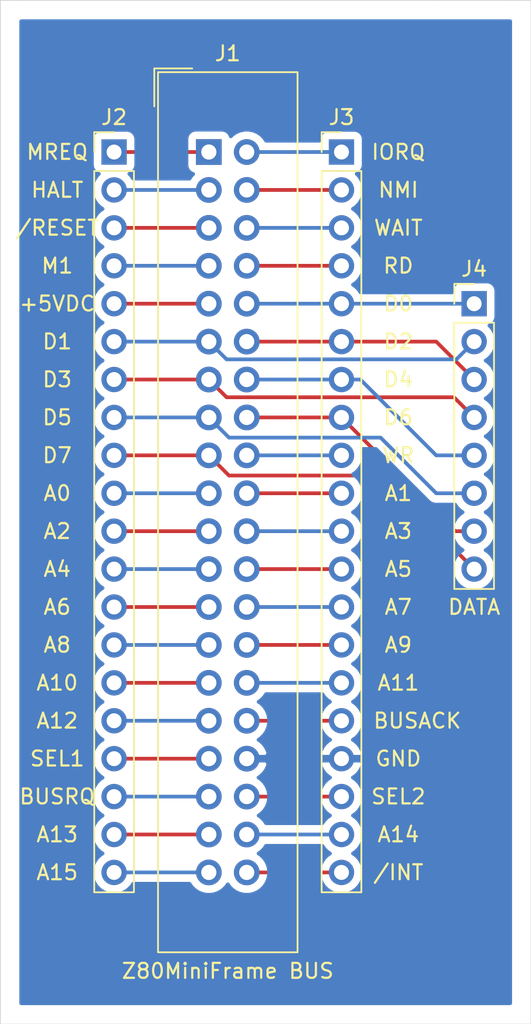
<source format=kicad_pcb>
(kicad_pcb (version 20171130) (host pcbnew "(5.1.6)-1")

  (general
    (thickness 1.6)
    (drawings 49)
    (tracks 60)
    (zones 0)
    (modules 4)
    (nets 41)
  )

  (page A4)
  (layers
    (0 F.Cu mixed)
    (31 B.Cu mixed)
    (32 B.Adhes user)
    (33 F.Adhes user)
    (34 B.Paste user)
    (35 F.Paste user)
    (36 B.SilkS user)
    (37 F.SilkS user)
    (38 B.Mask user)
    (39 F.Mask user)
    (40 Dwgs.User user)
    (41 Cmts.User user)
    (42 Eco1.User user)
    (43 Eco2.User user)
    (44 Edge.Cuts user)
    (45 Margin user)
    (46 B.CrtYd user)
    (47 F.CrtYd user)
    (48 B.Fab user)
    (49 F.Fab user)
  )

  (setup
    (last_trace_width 0.25)
    (trace_clearance 0.2)
    (zone_clearance 0.508)
    (zone_45_only no)
    (trace_min 0.2)
    (via_size 0.8)
    (via_drill 0.4)
    (via_min_size 0.4)
    (via_min_drill 0.3)
    (uvia_size 0.3)
    (uvia_drill 0.1)
    (uvias_allowed no)
    (uvia_min_size 0.2)
    (uvia_min_drill 0.1)
    (edge_width 0.05)
    (segment_width 0.2)
    (pcb_text_width 0.3)
    (pcb_text_size 1.5 1.5)
    (mod_edge_width 0.12)
    (mod_text_size 1 1)
    (mod_text_width 0.15)
    (pad_size 1.524 1.524)
    (pad_drill 0.762)
    (pad_to_mask_clearance 0.05)
    (aux_axis_origin 0 0)
    (visible_elements FFFFFF7F)
    (pcbplotparams
      (layerselection 0x010fc_ffffffff)
      (usegerberextensions false)
      (usegerberattributes true)
      (usegerberadvancedattributes true)
      (creategerberjobfile true)
      (excludeedgelayer true)
      (linewidth 0.100000)
      (plotframeref false)
      (viasonmask false)
      (mode 1)
      (useauxorigin false)
      (hpglpennumber 1)
      (hpglpenspeed 20)
      (hpglpendiameter 15.000000)
      (psnegative false)
      (psa4output false)
      (plotreference true)
      (plotvalue true)
      (plotinvisibletext false)
      (padsonsilk false)
      (subtractmaskfromsilk false)
      (outputformat 1)
      (mirror false)
      (drillshape 0)
      (scaleselection 1)
      (outputdirectory "gerber/"))
  )

  (net 0 "")
  (net 1 "Net-(J1-Pad40)")
  (net 2 "Net-(J1-Pad39)")
  (net 3 "Net-(J1-Pad38)")
  (net 4 "Net-(J1-Pad37)")
  (net 5 "Net-(J1-Pad36)")
  (net 6 "Net-(J1-Pad35)")
  (net 7 "Net-(J1-Pad33)")
  (net 8 "Net-(J1-Pad32)")
  (net 9 "Net-(J1-Pad31)")
  (net 10 "Net-(J1-Pad30)")
  (net 11 "Net-(J1-Pad29)")
  (net 12 "Net-(J1-Pad28)")
  (net 13 "Net-(J1-Pad27)")
  (net 14 "Net-(J1-Pad26)")
  (net 15 "Net-(J1-Pad25)")
  (net 16 "Net-(J1-Pad24)")
  (net 17 "Net-(J1-Pad23)")
  (net 18 "Net-(J1-Pad22)")
  (net 19 "Net-(J1-Pad21)")
  (net 20 "Net-(J1-Pad20)")
  (net 21 "Net-(J1-Pad19)")
  (net 22 "Net-(J1-Pad18)")
  (net 23 "Net-(J1-Pad8)")
  (net 24 "Net-(J1-Pad7)")
  (net 25 "Net-(J1-Pad6)")
  (net 26 "Net-(J1-Pad5)")
  (net 27 "Net-(J1-Pad4)")
  (net 28 "Net-(J1-Pad3)")
  (net 29 "Net-(J1-Pad2)")
  (net 30 "Net-(J1-Pad1)")
  (net 31 GND)
  (net 32 VCC)
  (net 33 /D7)
  (net 34 /D6)
  (net 35 /D5)
  (net 36 /D4)
  (net 37 /D3)
  (net 38 /D2)
  (net 39 /D1)
  (net 40 /D0)

  (net_class Default "This is the default net class."
    (clearance 0.2)
    (trace_width 0.25)
    (via_dia 0.8)
    (via_drill 0.4)
    (uvia_dia 0.3)
    (uvia_drill 0.1)
    (add_net /D0)
    (add_net /D1)
    (add_net /D2)
    (add_net /D3)
    (add_net /D4)
    (add_net /D5)
    (add_net /D6)
    (add_net /D7)
    (add_net GND)
    (add_net "Net-(J1-Pad1)")
    (add_net "Net-(J1-Pad18)")
    (add_net "Net-(J1-Pad19)")
    (add_net "Net-(J1-Pad2)")
    (add_net "Net-(J1-Pad20)")
    (add_net "Net-(J1-Pad21)")
    (add_net "Net-(J1-Pad22)")
    (add_net "Net-(J1-Pad23)")
    (add_net "Net-(J1-Pad24)")
    (add_net "Net-(J1-Pad25)")
    (add_net "Net-(J1-Pad26)")
    (add_net "Net-(J1-Pad27)")
    (add_net "Net-(J1-Pad28)")
    (add_net "Net-(J1-Pad29)")
    (add_net "Net-(J1-Pad3)")
    (add_net "Net-(J1-Pad30)")
    (add_net "Net-(J1-Pad31)")
    (add_net "Net-(J1-Pad32)")
    (add_net "Net-(J1-Pad33)")
    (add_net "Net-(J1-Pad35)")
    (add_net "Net-(J1-Pad36)")
    (add_net "Net-(J1-Pad37)")
    (add_net "Net-(J1-Pad38)")
    (add_net "Net-(J1-Pad39)")
    (add_net "Net-(J1-Pad4)")
    (add_net "Net-(J1-Pad40)")
    (add_net "Net-(J1-Pad5)")
    (add_net "Net-(J1-Pad6)")
    (add_net "Net-(J1-Pad7)")
    (add_net "Net-(J1-Pad8)")
    (add_net VCC)
  )

  (module Connector_PinHeader_2.54mm:PinHeader_1x08_P2.54mm_Vertical (layer F.Cu) (tedit 59FED5CC) (tstamp 5F32671F)
    (at 152.4 80.01)
    (descr "Through hole straight pin header, 1x08, 2.54mm pitch, single row")
    (tags "Through hole pin header THT 1x08 2.54mm single row")
    (path /5F357049)
    (fp_text reference J4 (at 0 -2.33) (layer F.SilkS)
      (effects (font (size 1 1) (thickness 0.15)))
    )
    (fp_text value DATA (at 0 20.32) (layer F.SilkS)
      (effects (font (size 1 1) (thickness 0.15)))
    )
    (fp_text user %R (at 0 8.89 90) (layer F.Fab)
      (effects (font (size 1 1) (thickness 0.15)))
    )
    (fp_line (start -0.635 -1.27) (end 1.27 -1.27) (layer F.Fab) (width 0.1))
    (fp_line (start 1.27 -1.27) (end 1.27 19.05) (layer F.Fab) (width 0.1))
    (fp_line (start 1.27 19.05) (end -1.27 19.05) (layer F.Fab) (width 0.1))
    (fp_line (start -1.27 19.05) (end -1.27 -0.635) (layer F.Fab) (width 0.1))
    (fp_line (start -1.27 -0.635) (end -0.635 -1.27) (layer F.Fab) (width 0.1))
    (fp_line (start -1.33 19.11) (end 1.33 19.11) (layer F.SilkS) (width 0.12))
    (fp_line (start -1.33 1.27) (end -1.33 19.11) (layer F.SilkS) (width 0.12))
    (fp_line (start 1.33 1.27) (end 1.33 19.11) (layer F.SilkS) (width 0.12))
    (fp_line (start -1.33 1.27) (end 1.33 1.27) (layer F.SilkS) (width 0.12))
    (fp_line (start -1.33 0) (end -1.33 -1.33) (layer F.SilkS) (width 0.12))
    (fp_line (start -1.33 -1.33) (end 0 -1.33) (layer F.SilkS) (width 0.12))
    (fp_line (start -1.8 -1.8) (end -1.8 19.55) (layer F.CrtYd) (width 0.05))
    (fp_line (start -1.8 19.55) (end 1.8 19.55) (layer F.CrtYd) (width 0.05))
    (fp_line (start 1.8 19.55) (end 1.8 -1.8) (layer F.CrtYd) (width 0.05))
    (fp_line (start 1.8 -1.8) (end -1.8 -1.8) (layer F.CrtYd) (width 0.05))
    (pad 8 thru_hole oval (at 0 17.78) (size 1.7 1.7) (drill 1) (layers *.Cu *.Mask)
      (net 33 /D7))
    (pad 7 thru_hole oval (at 0 15.24) (size 1.7 1.7) (drill 1) (layers *.Cu *.Mask)
      (net 34 /D6))
    (pad 6 thru_hole oval (at 0 12.7) (size 1.7 1.7) (drill 1) (layers *.Cu *.Mask)
      (net 35 /D5))
    (pad 5 thru_hole oval (at 0 10.16) (size 1.7 1.7) (drill 1) (layers *.Cu *.Mask)
      (net 36 /D4))
    (pad 4 thru_hole oval (at 0 7.62) (size 1.7 1.7) (drill 1) (layers *.Cu *.Mask)
      (net 37 /D3))
    (pad 3 thru_hole oval (at 0 5.08) (size 1.7 1.7) (drill 1) (layers *.Cu *.Mask)
      (net 38 /D2))
    (pad 2 thru_hole oval (at 0 2.54) (size 1.7 1.7) (drill 1) (layers *.Cu *.Mask)
      (net 39 /D1))
    (pad 1 thru_hole rect (at 0 0) (size 1.7 1.7) (drill 1) (layers *.Cu *.Mask)
      (net 40 /D0))
    (model ${KISYS3DMOD}/Connector_PinHeader_2.54mm.3dshapes/PinHeader_1x08_P2.54mm_Vertical.wrl
      (at (xyz 0 0 0))
      (scale (xyz 1 1 1))
      (rotate (xyz 0 0 0))
    )
  )

  (module Connector_PinHeader_2.54mm:PinHeader_1x20_P2.54mm_Vertical (layer F.Cu) (tedit 59FED5CC) (tstamp 5F320A4E)
    (at 143.51 69.85)
    (descr "Through hole straight pin header, 1x20, 2.54mm pitch, single row")
    (tags "Through hole pin header THT 1x20 2.54mm single row")
    (path /5F33DCDB)
    (fp_text reference J3 (at 0 -2.33) (layer F.SilkS)
      (effects (font (size 1 1) (thickness 0.15)))
    )
    (fp_text value ROW2 (at 0 50.59) (layer F.Fab)
      (effects (font (size 1 1) (thickness 0.15)))
    )
    (fp_text user %R (at 0 24.13 90) (layer F.Fab)
      (effects (font (size 1 1) (thickness 0.15)))
    )
    (fp_line (start -0.635 -1.27) (end 1.27 -1.27) (layer F.Fab) (width 0.1))
    (fp_line (start 1.27 -1.27) (end 1.27 49.53) (layer F.Fab) (width 0.1))
    (fp_line (start 1.27 49.53) (end -1.27 49.53) (layer F.Fab) (width 0.1))
    (fp_line (start -1.27 49.53) (end -1.27 -0.635) (layer F.Fab) (width 0.1))
    (fp_line (start -1.27 -0.635) (end -0.635 -1.27) (layer F.Fab) (width 0.1))
    (fp_line (start -1.33 49.59) (end 1.33 49.59) (layer F.SilkS) (width 0.12))
    (fp_line (start -1.33 1.27) (end -1.33 49.59) (layer F.SilkS) (width 0.12))
    (fp_line (start 1.33 1.27) (end 1.33 49.59) (layer F.SilkS) (width 0.12))
    (fp_line (start -1.33 1.27) (end 1.33 1.27) (layer F.SilkS) (width 0.12))
    (fp_line (start -1.33 0) (end -1.33 -1.33) (layer F.SilkS) (width 0.12))
    (fp_line (start -1.33 -1.33) (end 0 -1.33) (layer F.SilkS) (width 0.12))
    (fp_line (start -1.8 -1.8) (end -1.8 50.05) (layer F.CrtYd) (width 0.05))
    (fp_line (start -1.8 50.05) (end 1.8 50.05) (layer F.CrtYd) (width 0.05))
    (fp_line (start 1.8 50.05) (end 1.8 -1.8) (layer F.CrtYd) (width 0.05))
    (fp_line (start 1.8 -1.8) (end -1.8 -1.8) (layer F.CrtYd) (width 0.05))
    (pad 20 thru_hole oval (at 0 48.26) (size 1.7 1.7) (drill 1) (layers *.Cu *.Mask)
      (net 1 "Net-(J1-Pad40)"))
    (pad 19 thru_hole oval (at 0 45.72) (size 1.7 1.7) (drill 1) (layers *.Cu *.Mask)
      (net 3 "Net-(J1-Pad38)"))
    (pad 18 thru_hole oval (at 0 43.18) (size 1.7 1.7) (drill 1) (layers *.Cu *.Mask)
      (net 5 "Net-(J1-Pad36)"))
    (pad 17 thru_hole oval (at 0 40.64) (size 1.7 1.7) (drill 1) (layers *.Cu *.Mask)
      (net 31 GND))
    (pad 16 thru_hole oval (at 0 38.1) (size 1.7 1.7) (drill 1) (layers *.Cu *.Mask)
      (net 8 "Net-(J1-Pad32)"))
    (pad 15 thru_hole oval (at 0 35.56) (size 1.7 1.7) (drill 1) (layers *.Cu *.Mask)
      (net 10 "Net-(J1-Pad30)"))
    (pad 14 thru_hole oval (at 0 33.02) (size 1.7 1.7) (drill 1) (layers *.Cu *.Mask)
      (net 12 "Net-(J1-Pad28)"))
    (pad 13 thru_hole oval (at 0 30.48) (size 1.7 1.7) (drill 1) (layers *.Cu *.Mask)
      (net 14 "Net-(J1-Pad26)"))
    (pad 12 thru_hole oval (at 0 27.94) (size 1.7 1.7) (drill 1) (layers *.Cu *.Mask)
      (net 16 "Net-(J1-Pad24)"))
    (pad 11 thru_hole oval (at 0 25.4) (size 1.7 1.7) (drill 1) (layers *.Cu *.Mask)
      (net 18 "Net-(J1-Pad22)"))
    (pad 10 thru_hole oval (at 0 22.86) (size 1.7 1.7) (drill 1) (layers *.Cu *.Mask)
      (net 20 "Net-(J1-Pad20)"))
    (pad 9 thru_hole oval (at 0 20.32) (size 1.7 1.7) (drill 1) (layers *.Cu *.Mask)
      (net 22 "Net-(J1-Pad18)"))
    (pad 8 thru_hole oval (at 0 17.78) (size 1.7 1.7) (drill 1) (layers *.Cu *.Mask)
      (net 34 /D6))
    (pad 7 thru_hole oval (at 0 15.24) (size 1.7 1.7) (drill 1) (layers *.Cu *.Mask)
      (net 36 /D4))
    (pad 6 thru_hole oval (at 0 12.7) (size 1.7 1.7) (drill 1) (layers *.Cu *.Mask)
      (net 38 /D2))
    (pad 5 thru_hole oval (at 0 10.16) (size 1.7 1.7) (drill 1) (layers *.Cu *.Mask)
      (net 40 /D0))
    (pad 4 thru_hole oval (at 0 7.62) (size 1.7 1.7) (drill 1) (layers *.Cu *.Mask)
      (net 23 "Net-(J1-Pad8)"))
    (pad 3 thru_hole oval (at 0 5.08) (size 1.7 1.7) (drill 1) (layers *.Cu *.Mask)
      (net 25 "Net-(J1-Pad6)"))
    (pad 2 thru_hole oval (at 0 2.54) (size 1.7 1.7) (drill 1) (layers *.Cu *.Mask)
      (net 27 "Net-(J1-Pad4)"))
    (pad 1 thru_hole rect (at 0 0) (size 1.7 1.7) (drill 1) (layers *.Cu *.Mask)
      (net 29 "Net-(J1-Pad2)"))
    (model ${KISYS3DMOD}/Connector_PinHeader_2.54mm.3dshapes/PinHeader_1x20_P2.54mm_Vertical.wrl
      (at (xyz 0 0 0))
      (scale (xyz 1 1 1))
      (rotate (xyz 0 0 0))
    )
  )

  (module Connector_PinHeader_2.54mm:PinHeader_1x20_P2.54mm_Vertical (layer F.Cu) (tedit 59FED5CC) (tstamp 5F320A26)
    (at 128.27 69.85)
    (descr "Through hole straight pin header, 1x20, 2.54mm pitch, single row")
    (tags "Through hole pin header THT 1x20 2.54mm single row")
    (path /5F336D68)
    (fp_text reference J2 (at 0 -2.33) (layer F.SilkS)
      (effects (font (size 1 1) (thickness 0.15)))
    )
    (fp_text value ROW1 (at 0 50.59) (layer F.Fab)
      (effects (font (size 1 1) (thickness 0.15)))
    )
    (fp_text user %R (at 0 24.13 90) (layer F.Fab)
      (effects (font (size 1 1) (thickness 0.15)))
    )
    (fp_line (start -0.635 -1.27) (end 1.27 -1.27) (layer F.Fab) (width 0.1))
    (fp_line (start 1.27 -1.27) (end 1.27 49.53) (layer F.Fab) (width 0.1))
    (fp_line (start 1.27 49.53) (end -1.27 49.53) (layer F.Fab) (width 0.1))
    (fp_line (start -1.27 49.53) (end -1.27 -0.635) (layer F.Fab) (width 0.1))
    (fp_line (start -1.27 -0.635) (end -0.635 -1.27) (layer F.Fab) (width 0.1))
    (fp_line (start -1.33 49.59) (end 1.33 49.59) (layer F.SilkS) (width 0.12))
    (fp_line (start -1.33 1.27) (end -1.33 49.59) (layer F.SilkS) (width 0.12))
    (fp_line (start 1.33 1.27) (end 1.33 49.59) (layer F.SilkS) (width 0.12))
    (fp_line (start -1.33 1.27) (end 1.33 1.27) (layer F.SilkS) (width 0.12))
    (fp_line (start -1.33 0) (end -1.33 -1.33) (layer F.SilkS) (width 0.12))
    (fp_line (start -1.33 -1.33) (end 0 -1.33) (layer F.SilkS) (width 0.12))
    (fp_line (start -1.8 -1.8) (end -1.8 50.05) (layer F.CrtYd) (width 0.05))
    (fp_line (start -1.8 50.05) (end 1.8 50.05) (layer F.CrtYd) (width 0.05))
    (fp_line (start 1.8 50.05) (end 1.8 -1.8) (layer F.CrtYd) (width 0.05))
    (fp_line (start 1.8 -1.8) (end -1.8 -1.8) (layer F.CrtYd) (width 0.05))
    (pad 20 thru_hole oval (at 0 48.26) (size 1.7 1.7) (drill 1) (layers *.Cu *.Mask)
      (net 2 "Net-(J1-Pad39)"))
    (pad 19 thru_hole oval (at 0 45.72) (size 1.7 1.7) (drill 1) (layers *.Cu *.Mask)
      (net 4 "Net-(J1-Pad37)"))
    (pad 18 thru_hole oval (at 0 43.18) (size 1.7 1.7) (drill 1) (layers *.Cu *.Mask)
      (net 6 "Net-(J1-Pad35)"))
    (pad 17 thru_hole oval (at 0 40.64) (size 1.7 1.7) (drill 1) (layers *.Cu *.Mask)
      (net 7 "Net-(J1-Pad33)"))
    (pad 16 thru_hole oval (at 0 38.1) (size 1.7 1.7) (drill 1) (layers *.Cu *.Mask)
      (net 9 "Net-(J1-Pad31)"))
    (pad 15 thru_hole oval (at 0 35.56) (size 1.7 1.7) (drill 1) (layers *.Cu *.Mask)
      (net 11 "Net-(J1-Pad29)"))
    (pad 14 thru_hole oval (at 0 33.02) (size 1.7 1.7) (drill 1) (layers *.Cu *.Mask)
      (net 13 "Net-(J1-Pad27)"))
    (pad 13 thru_hole oval (at 0 30.48) (size 1.7 1.7) (drill 1) (layers *.Cu *.Mask)
      (net 15 "Net-(J1-Pad25)"))
    (pad 12 thru_hole oval (at 0 27.94) (size 1.7 1.7) (drill 1) (layers *.Cu *.Mask)
      (net 17 "Net-(J1-Pad23)"))
    (pad 11 thru_hole oval (at 0 25.4) (size 1.7 1.7) (drill 1) (layers *.Cu *.Mask)
      (net 19 "Net-(J1-Pad21)"))
    (pad 10 thru_hole oval (at 0 22.86) (size 1.7 1.7) (drill 1) (layers *.Cu *.Mask)
      (net 21 "Net-(J1-Pad19)"))
    (pad 9 thru_hole oval (at 0 20.32) (size 1.7 1.7) (drill 1) (layers *.Cu *.Mask)
      (net 33 /D7))
    (pad 8 thru_hole oval (at 0 17.78) (size 1.7 1.7) (drill 1) (layers *.Cu *.Mask)
      (net 35 /D5))
    (pad 7 thru_hole oval (at 0 15.24) (size 1.7 1.7) (drill 1) (layers *.Cu *.Mask)
      (net 37 /D3))
    (pad 6 thru_hole oval (at 0 12.7) (size 1.7 1.7) (drill 1) (layers *.Cu *.Mask)
      (net 39 /D1))
    (pad 5 thru_hole oval (at 0 10.16) (size 1.7 1.7) (drill 1) (layers *.Cu *.Mask)
      (net 32 VCC))
    (pad 4 thru_hole oval (at 0 7.62) (size 1.7 1.7) (drill 1) (layers *.Cu *.Mask)
      (net 24 "Net-(J1-Pad7)"))
    (pad 3 thru_hole oval (at 0 5.08) (size 1.7 1.7) (drill 1) (layers *.Cu *.Mask)
      (net 26 "Net-(J1-Pad5)"))
    (pad 2 thru_hole oval (at 0 2.54) (size 1.7 1.7) (drill 1) (layers *.Cu *.Mask)
      (net 28 "Net-(J1-Pad3)"))
    (pad 1 thru_hole rect (at 0 0) (size 1.7 1.7) (drill 1) (layers *.Cu *.Mask)
      (net 30 "Net-(J1-Pad1)"))
    (model ${KISYS3DMOD}/Connector_PinHeader_2.54mm.3dshapes/PinHeader_1x20_P2.54mm_Vertical.wrl
      (at (xyz 0 0 0))
      (scale (xyz 1 1 1))
      (rotate (xyz 0 0 0))
    )
  )

  (module Connector_IDC:IDC-Header_2x20_P2.54mm_Vertical (layer F.Cu) (tedit 59DE12BE) (tstamp 5F3209FE)
    (at 134.62 69.85)
    (descr "Through hole straight IDC box header, 2x20, 2.54mm pitch, double rows")
    (tags "Through hole IDC box header THT 2x20 2.54mm double row")
    (path /5F33370D)
    (fp_text reference J1 (at 1.27 -6.604) (layer F.SilkS)
      (effects (font (size 1 1) (thickness 0.15)))
    )
    (fp_text value "Z80MiniFrame BUS" (at 1.27 54.864) (layer F.SilkS)
      (effects (font (size 1 1) (thickness 0.15)))
    )
    (fp_text user %R (at 1.27 24.13) (layer F.Fab)
      (effects (font (size 1 1) (thickness 0.15)))
    )
    (fp_line (start 5.695 -5.1) (end 5.695 53.36) (layer F.Fab) (width 0.1))
    (fp_line (start 5.145 -4.56) (end 5.145 52.8) (layer F.Fab) (width 0.1))
    (fp_line (start -3.155 -5.1) (end -3.155 53.36) (layer F.Fab) (width 0.1))
    (fp_line (start -2.605 -4.56) (end -2.605 21.88) (layer F.Fab) (width 0.1))
    (fp_line (start -2.605 26.38) (end -2.605 52.8) (layer F.Fab) (width 0.1))
    (fp_line (start -2.605 21.88) (end -3.155 21.88) (layer F.Fab) (width 0.1))
    (fp_line (start -2.605 26.38) (end -3.155 26.38) (layer F.Fab) (width 0.1))
    (fp_line (start 5.695 -5.1) (end -3.155 -5.1) (layer F.Fab) (width 0.1))
    (fp_line (start 5.145 -4.56) (end -2.605 -4.56) (layer F.Fab) (width 0.1))
    (fp_line (start 5.695 53.36) (end -3.155 53.36) (layer F.Fab) (width 0.1))
    (fp_line (start 5.145 52.8) (end -2.605 52.8) (layer F.Fab) (width 0.1))
    (fp_line (start 5.695 -5.1) (end 5.145 -4.56) (layer F.Fab) (width 0.1))
    (fp_line (start 5.695 53.36) (end 5.145 52.8) (layer F.Fab) (width 0.1))
    (fp_line (start -3.155 -5.1) (end -2.605 -4.56) (layer F.Fab) (width 0.1))
    (fp_line (start -3.155 53.36) (end -2.605 52.8) (layer F.Fab) (width 0.1))
    (fp_line (start 5.95 -5.35) (end 5.95 53.61) (layer F.CrtYd) (width 0.05))
    (fp_line (start 5.95 53.61) (end -3.41 53.61) (layer F.CrtYd) (width 0.05))
    (fp_line (start -3.41 53.61) (end -3.41 -5.35) (layer F.CrtYd) (width 0.05))
    (fp_line (start -3.41 -5.35) (end 5.95 -5.35) (layer F.CrtYd) (width 0.05))
    (fp_line (start 5.945 -5.35) (end 5.945 53.61) (layer F.SilkS) (width 0.12))
    (fp_line (start 5.945 53.61) (end -3.405 53.61) (layer F.SilkS) (width 0.12))
    (fp_line (start -3.405 53.61) (end -3.405 -5.35) (layer F.SilkS) (width 0.12))
    (fp_line (start -3.405 -5.35) (end 5.945 -5.35) (layer F.SilkS) (width 0.12))
    (fp_line (start -3.655 -5.6) (end -3.655 -3.06) (layer F.SilkS) (width 0.12))
    (fp_line (start -3.655 -5.6) (end -1.115 -5.6) (layer F.SilkS) (width 0.12))
    (pad 40 thru_hole oval (at 2.54 48.26) (size 1.7272 1.7272) (drill 1.016) (layers *.Cu *.Mask)
      (net 1 "Net-(J1-Pad40)"))
    (pad 39 thru_hole oval (at 0 48.26) (size 1.7272 1.7272) (drill 1.016) (layers *.Cu *.Mask)
      (net 2 "Net-(J1-Pad39)"))
    (pad 38 thru_hole oval (at 2.54 45.72) (size 1.7272 1.7272) (drill 1.016) (layers *.Cu *.Mask)
      (net 3 "Net-(J1-Pad38)"))
    (pad 37 thru_hole oval (at 0 45.72) (size 1.7272 1.7272) (drill 1.016) (layers *.Cu *.Mask)
      (net 4 "Net-(J1-Pad37)"))
    (pad 36 thru_hole oval (at 2.54 43.18) (size 1.7272 1.7272) (drill 1.016) (layers *.Cu *.Mask)
      (net 5 "Net-(J1-Pad36)"))
    (pad 35 thru_hole oval (at 0 43.18) (size 1.7272 1.7272) (drill 1.016) (layers *.Cu *.Mask)
      (net 6 "Net-(J1-Pad35)"))
    (pad 34 thru_hole oval (at 2.54 40.64) (size 1.7272 1.7272) (drill 1.016) (layers *.Cu *.Mask)
      (net 31 GND))
    (pad 33 thru_hole oval (at 0 40.64) (size 1.7272 1.7272) (drill 1.016) (layers *.Cu *.Mask)
      (net 7 "Net-(J1-Pad33)"))
    (pad 32 thru_hole oval (at 2.54 38.1) (size 1.7272 1.7272) (drill 1.016) (layers *.Cu *.Mask)
      (net 8 "Net-(J1-Pad32)"))
    (pad 31 thru_hole oval (at 0 38.1) (size 1.7272 1.7272) (drill 1.016) (layers *.Cu *.Mask)
      (net 9 "Net-(J1-Pad31)"))
    (pad 30 thru_hole oval (at 2.54 35.56) (size 1.7272 1.7272) (drill 1.016) (layers *.Cu *.Mask)
      (net 10 "Net-(J1-Pad30)"))
    (pad 29 thru_hole oval (at 0 35.56) (size 1.7272 1.7272) (drill 1.016) (layers *.Cu *.Mask)
      (net 11 "Net-(J1-Pad29)"))
    (pad 28 thru_hole oval (at 2.54 33.02) (size 1.7272 1.7272) (drill 1.016) (layers *.Cu *.Mask)
      (net 12 "Net-(J1-Pad28)"))
    (pad 27 thru_hole oval (at 0 33.02) (size 1.7272 1.7272) (drill 1.016) (layers *.Cu *.Mask)
      (net 13 "Net-(J1-Pad27)"))
    (pad 26 thru_hole oval (at 2.54 30.48) (size 1.7272 1.7272) (drill 1.016) (layers *.Cu *.Mask)
      (net 14 "Net-(J1-Pad26)"))
    (pad 25 thru_hole oval (at 0 30.48) (size 1.7272 1.7272) (drill 1.016) (layers *.Cu *.Mask)
      (net 15 "Net-(J1-Pad25)"))
    (pad 24 thru_hole oval (at 2.54 27.94) (size 1.7272 1.7272) (drill 1.016) (layers *.Cu *.Mask)
      (net 16 "Net-(J1-Pad24)"))
    (pad 23 thru_hole oval (at 0 27.94) (size 1.7272 1.7272) (drill 1.016) (layers *.Cu *.Mask)
      (net 17 "Net-(J1-Pad23)"))
    (pad 22 thru_hole oval (at 2.54 25.4) (size 1.7272 1.7272) (drill 1.016) (layers *.Cu *.Mask)
      (net 18 "Net-(J1-Pad22)"))
    (pad 21 thru_hole oval (at 0 25.4) (size 1.7272 1.7272) (drill 1.016) (layers *.Cu *.Mask)
      (net 19 "Net-(J1-Pad21)"))
    (pad 20 thru_hole oval (at 2.54 22.86) (size 1.7272 1.7272) (drill 1.016) (layers *.Cu *.Mask)
      (net 20 "Net-(J1-Pad20)"))
    (pad 19 thru_hole oval (at 0 22.86) (size 1.7272 1.7272) (drill 1.016) (layers *.Cu *.Mask)
      (net 21 "Net-(J1-Pad19)"))
    (pad 18 thru_hole oval (at 2.54 20.32) (size 1.7272 1.7272) (drill 1.016) (layers *.Cu *.Mask)
      (net 22 "Net-(J1-Pad18)"))
    (pad 17 thru_hole oval (at 0 20.32) (size 1.7272 1.7272) (drill 1.016) (layers *.Cu *.Mask)
      (net 33 /D7))
    (pad 16 thru_hole oval (at 2.54 17.78) (size 1.7272 1.7272) (drill 1.016) (layers *.Cu *.Mask)
      (net 34 /D6))
    (pad 15 thru_hole oval (at 0 17.78) (size 1.7272 1.7272) (drill 1.016) (layers *.Cu *.Mask)
      (net 35 /D5))
    (pad 14 thru_hole oval (at 2.54 15.24) (size 1.7272 1.7272) (drill 1.016) (layers *.Cu *.Mask)
      (net 36 /D4))
    (pad 13 thru_hole oval (at 0 15.24) (size 1.7272 1.7272) (drill 1.016) (layers *.Cu *.Mask)
      (net 37 /D3))
    (pad 12 thru_hole oval (at 2.54 12.7) (size 1.7272 1.7272) (drill 1.016) (layers *.Cu *.Mask)
      (net 38 /D2))
    (pad 11 thru_hole oval (at 0 12.7) (size 1.7272 1.7272) (drill 1.016) (layers *.Cu *.Mask)
      (net 39 /D1))
    (pad 10 thru_hole oval (at 2.54 10.16) (size 1.7272 1.7272) (drill 1.016) (layers *.Cu *.Mask)
      (net 40 /D0))
    (pad 9 thru_hole oval (at 0 10.16) (size 1.7272 1.7272) (drill 1.016) (layers *.Cu *.Mask)
      (net 32 VCC))
    (pad 8 thru_hole oval (at 2.54 7.62) (size 1.7272 1.7272) (drill 1.016) (layers *.Cu *.Mask)
      (net 23 "Net-(J1-Pad8)"))
    (pad 7 thru_hole oval (at 0 7.62) (size 1.7272 1.7272) (drill 1.016) (layers *.Cu *.Mask)
      (net 24 "Net-(J1-Pad7)"))
    (pad 6 thru_hole oval (at 2.54 5.08) (size 1.7272 1.7272) (drill 1.016) (layers *.Cu *.Mask)
      (net 25 "Net-(J1-Pad6)"))
    (pad 5 thru_hole oval (at 0 5.08) (size 1.7272 1.7272) (drill 1.016) (layers *.Cu *.Mask)
      (net 26 "Net-(J1-Pad5)"))
    (pad 4 thru_hole oval (at 2.54 2.54) (size 1.7272 1.7272) (drill 1.016) (layers *.Cu *.Mask)
      (net 27 "Net-(J1-Pad4)"))
    (pad 3 thru_hole oval (at 0 2.54) (size 1.7272 1.7272) (drill 1.016) (layers *.Cu *.Mask)
      (net 28 "Net-(J1-Pad3)"))
    (pad 2 thru_hole oval (at 2.54 0) (size 1.7272 1.7272) (drill 1.016) (layers *.Cu *.Mask)
      (net 29 "Net-(J1-Pad2)"))
    (pad 1 thru_hole rect (at 0 0) (size 1.7272 1.7272) (drill 1.016) (layers *.Cu *.Mask)
      (net 30 "Net-(J1-Pad1)"))
    (model ${KISYS3DMOD}/Connector_IDC.3dshapes/IDC-Header_2x20_P2.54mm_Vertical.wrl
      (at (xyz 0 0 0))
      (scale (xyz 1 1 1))
      (rotate (xyz 0 0 0))
    )
  )

  (gr_text BUSRQ (at 124.46 113.03) (layer F.SilkS) (tstamp 5F326C94)
    (effects (font (size 1 1) (thickness 0.15)))
  )
  (gr_text A13 (at 124.46 115.57) (layer F.SilkS) (tstamp 5F326C91)
    (effects (font (size 1 1) (thickness 0.15)))
  )
  (gr_text A15 (at 124.46 118.11) (layer F.SilkS) (tstamp 5F326C8E)
    (effects (font (size 1 1) (thickness 0.15)))
  )
  (gr_text /INT (at 147.32 118.11) (layer F.SilkS) (tstamp 5F326C8B)
    (effects (font (size 1 1) (thickness 0.15)))
  )
  (gr_text A14 (at 147.32 115.57) (layer F.SilkS) (tstamp 5F326C88)
    (effects (font (size 1 1) (thickness 0.15)))
  )
  (gr_text SEL2 (at 147.32 113.03) (layer F.SilkS) (tstamp 5F326C85)
    (effects (font (size 1 1) (thickness 0.15)))
  )
  (gr_text SEL1 (at 124.46 110.49) (layer F.SilkS) (tstamp 5F326C7D)
    (effects (font (size 1 1) (thickness 0.15)))
  )
  (gr_text WR (at 147.32 90.17) (layer F.SilkS) (tstamp 5F326C7A)
    (effects (font (size 1 1) (thickness 0.15)))
  )
  (gr_text A1 (at 147.32 92.71) (layer F.SilkS) (tstamp 5F326C74)
    (effects (font (size 1 1) (thickness 0.15)))
  )
  (gr_text A3 (at 147.32 95.25) (layer F.SilkS) (tstamp 5F326C6F)
    (effects (font (size 1 1) (thickness 0.15)))
  )
  (gr_text A5 (at 147.32 97.79) (layer F.SilkS) (tstamp 5F326C6C)
    (effects (font (size 1 1) (thickness 0.15)))
  )
  (gr_text A7 (at 147.32 100.33) (layer F.SilkS) (tstamp 5F326C68)
    (effects (font (size 1 1) (thickness 0.15)))
  )
  (gr_text A9 (at 147.32 102.87) (layer F.SilkS) (tstamp 5F326C64)
    (effects (font (size 1 1) (thickness 0.15)))
  )
  (gr_text A11 (at 147.32 105.41) (layer F.SilkS) (tstamp 5F326C60)
    (effects (font (size 1 1) (thickness 0.15)))
  )
  (gr_text BUSACK (at 148.59 107.95) (layer F.SilkS) (tstamp 5F326C5C)
    (effects (font (size 1 1) (thickness 0.15)))
  )
  (gr_text A12 (at 124.46 107.95) (layer F.SilkS) (tstamp 5F326C58)
    (effects (font (size 1 1) (thickness 0.15)))
  )
  (gr_text A10 (at 124.46 105.41) (layer F.SilkS) (tstamp 5F326C3D)
    (effects (font (size 1 1) (thickness 0.15)))
  )
  (gr_text A8 (at 124.46 102.87) (layer F.SilkS) (tstamp 5F326C39)
    (effects (font (size 1 1) (thickness 0.15)))
  )
  (gr_text A6 (at 124.46 100.33) (layer F.SilkS) (tstamp 5F326C35)
    (effects (font (size 1 1) (thickness 0.15)))
  )
  (gr_text A4 (at 124.46 97.79) (layer F.SilkS) (tstamp 5F326C30)
    (effects (font (size 1 1) (thickness 0.15)))
  )
  (gr_text A2 (at 124.46 95.25) (layer F.SilkS) (tstamp 5F326C2D)
    (effects (font (size 1 1) (thickness 0.15)))
  )
  (gr_text A0 (at 124.46 92.71) (layer F.SilkS) (tstamp 5F326C2A)
    (effects (font (size 1 1) (thickness 0.15)))
  )
  (gr_text M1 (at 124.46 77.47) (layer F.SilkS) (tstamp 5F32684C)
    (effects (font (size 1 1) (thickness 0.15)))
  )
  (gr_text /RESET (at 124.46 74.93) (layer F.SilkS) (tstamp 5F326849)
    (effects (font (size 1 1) (thickness 0.15)))
  )
  (gr_text HALT (at 124.46 72.39) (layer F.SilkS) (tstamp 5F326846)
    (effects (font (size 1 1) (thickness 0.15)))
  )
  (gr_line (start 121.92 128.27) (end 120.65 128.27) (layer Edge.Cuts) (width 0.05) (tstamp 5F32683B))
  (gr_line (start 121.92 59.69) (end 120.65 59.69) (layer Edge.Cuts) (width 0.05) (tstamp 5F32683A))
  (gr_text MREQ (at 124.46 69.85) (layer F.SilkS) (tstamp 5F32682F)
    (effects (font (size 1 1) (thickness 0.15)))
  )
  (gr_text D7 (at 124.46 90.17) (layer F.SilkS) (tstamp 5F32682B)
    (effects (font (size 1 1) (thickness 0.15)))
  )
  (gr_text D5 (at 124.46 87.63) (layer F.SilkS) (tstamp 5F326826)
    (effects (font (size 1 1) (thickness 0.15)))
  )
  (gr_text D3 (at 124.46 85.09) (layer F.SilkS) (tstamp 5F326821)
    (effects (font (size 1 1) (thickness 0.15)))
  )
  (gr_text D1 (at 124.46 82.55) (layer F.SilkS) (tstamp 5F32681D)
    (effects (font (size 1 1) (thickness 0.15)))
  )
  (gr_text GND (at 147.32 110.49) (layer F.SilkS) (tstamp 5F326819)
    (effects (font (size 1 1) (thickness 0.15)))
  )
  (gr_text +5VDC (at 124.46 80.01) (layer F.SilkS) (tstamp 5F326815)
    (effects (font (size 1 1) (thickness 0.15)))
  )
  (gr_text D6 (at 147.32 87.63) (layer F.SilkS) (tstamp 5F326808)
    (effects (font (size 1 1) (thickness 0.15)))
  )
  (gr_text D4 (at 147.32 85.09) (layer F.SilkS) (tstamp 5F326804)
    (effects (font (size 1 1) (thickness 0.15)))
  )
  (gr_text D2 (at 147.32 82.55) (layer F.SilkS) (tstamp 5F3267FE)
    (effects (font (size 1 1) (thickness 0.15)))
  )
  (gr_text D0 (at 147.32 80.01) (layer F.SilkS) (tstamp 5F3267FA)
    (effects (font (size 1 1) (thickness 0.15)))
  )
  (gr_text RD (at 147.32 77.47) (layer F.SilkS) (tstamp 5F3267F6)
    (effects (font (size 1 1) (thickness 0.15)))
  )
  (gr_text WAIT (at 147.32 74.93) (layer F.SilkS) (tstamp 5F3267F2)
    (effects (font (size 1 1) (thickness 0.15)))
  )
  (gr_text NMI (at 147.32 72.39) (layer F.SilkS) (tstamp 5F3267ED)
    (effects (font (size 1 1) (thickness 0.15)))
  )
  (gr_text IORQ (at 147.32 69.85) (layer F.SilkS)
    (effects (font (size 1 1) (thickness 0.15)))
  )
  (gr_line (start 156.21 128.27) (end 149.86 128.27) (layer Edge.Cuts) (width 0.05) (tstamp 5F326769))
  (gr_line (start 156.21 59.69) (end 156.21 128.27) (layer Edge.Cuts) (width 0.05))
  (gr_line (start 154.94 59.69) (end 156.21 59.69) (layer Edge.Cuts) (width 0.05))
  (gr_line (start 149.86 59.69) (end 154.94 59.69) (layer Edge.Cuts) (width 0.05))
  (gr_line (start 120.65 128.27) (end 120.65 59.69) (layer Edge.Cuts) (width 0.05) (tstamp 5F326055))
  (gr_line (start 149.86 128.27) (end 121.92 128.27) (layer Edge.Cuts) (width 0.05))
  (gr_line (start 121.92 59.69) (end 149.86 59.69) (layer Edge.Cuts) (width 0.05))

  (segment (start 137.16 118.11) (end 143.51 118.11) (width 0.25) (layer F.Cu) (net 1))
  (segment (start 128.27 118.11) (end 134.62 118.11) (width 0.25) (layer B.Cu) (net 2))
  (segment (start 137.16 115.57) (end 143.51 115.57) (width 0.25) (layer B.Cu) (net 3))
  (segment (start 128.27 115.57) (end 134.62 115.57) (width 0.25) (layer F.Cu) (net 4))
  (segment (start 137.16 113.03) (end 143.51 113.03) (width 0.25) (layer F.Cu) (net 5))
  (segment (start 128.27 113.03) (end 134.62 113.03) (width 0.25) (layer B.Cu) (net 6))
  (segment (start 128.27 110.49) (end 134.62 110.49) (width 0.25) (layer F.Cu) (net 7))
  (segment (start 137.16 107.95) (end 143.51 107.95) (width 0.25) (layer F.Cu) (net 8))
  (segment (start 128.27 107.95) (end 134.62 107.95) (width 0.25) (layer B.Cu) (net 9))
  (segment (start 137.16 105.41) (end 143.51 105.41) (width 0.25) (layer B.Cu) (net 10))
  (segment (start 128.27 105.41) (end 134.62 105.41) (width 0.25) (layer F.Cu) (net 11))
  (segment (start 137.16 102.87) (end 143.51 102.87) (width 0.25) (layer F.Cu) (net 12))
  (segment (start 128.27 102.87) (end 134.62 102.87) (width 0.25) (layer B.Cu) (net 13))
  (segment (start 137.16 100.33) (end 143.51 100.33) (width 0.25) (layer B.Cu) (net 14))
  (segment (start 134.62 100.33) (end 128.27 100.33) (width 0.25) (layer F.Cu) (net 15))
  (segment (start 137.16 97.79) (end 143.51 97.79) (width 0.25) (layer F.Cu) (net 16))
  (segment (start 128.27 97.79) (end 134.62 97.79) (width 0.25) (layer B.Cu) (net 17))
  (segment (start 137.16 95.25) (end 143.51 95.25) (width 0.25) (layer B.Cu) (net 18))
  (segment (start 128.27 95.25) (end 134.62 95.25) (width 0.25) (layer F.Cu) (net 19))
  (segment (start 137.16 92.71) (end 143.51 92.71) (width 0.25) (layer F.Cu) (net 20))
  (segment (start 128.27 92.71) (end 134.62 92.71) (width 0.25) (layer B.Cu) (net 21))
  (segment (start 137.16 90.17) (end 143.51 90.17) (width 0.25) (layer B.Cu) (net 22))
  (segment (start 134.62 90.17) (end 128.27 90.17) (width 0.25) (layer F.Cu) (net 33))
  (segment (start 143.51 87.63) (end 137.16 87.63) (width 0.25) (layer F.Cu) (net 34))
  (segment (start 128.27 87.63) (end 134.62 87.63) (width 0.25) (layer B.Cu) (net 35))
  (segment (start 137.16 85.09) (end 143.51 85.09) (width 0.25) (layer B.Cu) (net 36))
  (segment (start 128.27 85.09) (end 134.62 85.09) (width 0.25) (layer F.Cu) (net 37))
  (segment (start 137.16 82.55) (end 143.51 82.55) (width 0.25) (layer F.Cu) (net 38))
  (segment (start 128.27 82.55) (end 134.62 82.55) (width 0.25) (layer B.Cu) (net 39))
  (segment (start 137.16 80.01) (end 143.51 80.01) (width 0.25) (layer B.Cu) (net 40))
  (segment (start 137.16 77.47) (end 143.51 77.47) (width 0.25) (layer F.Cu) (net 23))
  (segment (start 128.27 77.47) (end 134.62 77.47) (width 0.25) (layer B.Cu) (net 24))
  (segment (start 137.16 74.93) (end 143.51 74.93) (width 0.25) (layer B.Cu) (net 25))
  (segment (start 128.27 74.93) (end 134.62 74.93) (width 0.25) (layer F.Cu) (net 26))
  (segment (start 137.16 72.39) (end 143.51 72.39) (width 0.25) (layer F.Cu) (net 27))
  (segment (start 128.27 72.39) (end 134.62 72.39) (width 0.25) (layer B.Cu) (net 28))
  (segment (start 137.16 69.85) (end 143.51 69.85) (width 0.25) (layer B.Cu) (net 29))
  (segment (start 128.27 69.85) (end 134.62 69.85) (width 0.25) (layer F.Cu) (net 30))
  (segment (start 128.27 80.01) (end 134.62 80.01) (width 0.25) (layer F.Cu) (net 32))
  (segment (start 135.971399 91.521399) (end 146.131399 91.521399) (width 0.25) (layer F.Cu) (net 33))
  (segment (start 134.62 90.17) (end 135.971399 91.521399) (width 0.25) (layer F.Cu) (net 33))
  (segment (start 146.131399 91.521399) (end 152.4 97.79) (width 0.25) (layer F.Cu) (net 33))
  (segment (start 151.13 95.25) (end 152.4 95.25) (width 0.25) (layer F.Cu) (net 34))
  (segment (start 143.51 87.63) (end 151.13 95.25) (width 0.25) (layer F.Cu) (net 34))
  (segment (start 135.971399 88.981399) (end 146.131399 88.981399) (width 0.25) (layer B.Cu) (net 35))
  (segment (start 134.62 87.63) (end 135.971399 88.981399) (width 0.25) (layer B.Cu) (net 35))
  (segment (start 149.86 92.71) (end 152.4 92.71) (width 0.25) (layer B.Cu) (net 35))
  (segment (start 146.131399 88.981399) (end 149.86 92.71) (width 0.25) (layer B.Cu) (net 35))
  (segment (start 143.51 85.09) (end 144.78 85.09) (width 0.25) (layer B.Cu) (net 36))
  (segment (start 149.86 90.17) (end 152.4 90.17) (width 0.25) (layer B.Cu) (net 36))
  (segment (start 144.78 85.09) (end 149.86 90.17) (width 0.25) (layer B.Cu) (net 36))
  (segment (start 151.048601 86.278601) (end 152.4 87.63) (width 0.25) (layer F.Cu) (net 37))
  (segment (start 135.808601 86.278601) (end 151.048601 86.278601) (width 0.25) (layer F.Cu) (net 37))
  (segment (start 134.62 85.09) (end 135.808601 86.278601) (width 0.25) (layer F.Cu) (net 37))
  (segment (start 149.86 82.55) (end 152.4 85.09) (width 0.25) (layer F.Cu) (net 38))
  (segment (start 143.51 82.55) (end 149.86 82.55) (width 0.25) (layer F.Cu) (net 38))
  (segment (start 151.211399 83.738601) (end 152.4 82.55) (width 0.25) (layer B.Cu) (net 39))
  (segment (start 135.808601 83.738601) (end 151.211399 83.738601) (width 0.25) (layer B.Cu) (net 39))
  (segment (start 134.62 82.55) (end 135.808601 83.738601) (width 0.25) (layer B.Cu) (net 39))
  (segment (start 143.51 80.01) (end 152.4 80.01) (width 0.25) (layer B.Cu) (net 40))

  (zone (net 31) (net_name GND) (layer B.Cu) (tstamp 5F32700C) (hatch edge 0.508)
    (connect_pads (clearance 0.508))
    (min_thickness 0.254)
    (fill yes (arc_segments 32) (thermal_gap 0.508) (thermal_bridge_width 0.508))
    (polygon
      (pts
        (xy 154.94 127) (xy 121.92 127) (xy 121.92 60.96) (xy 154.94 60.96)
      )
    )
    (filled_polygon
      (pts
        (xy 154.813 126.873) (xy 122.047 126.873) (xy 122.047 69) (xy 126.781928 69) (xy 126.781928 70.7)
        (xy 126.794188 70.824482) (xy 126.830498 70.94418) (xy 126.889463 71.054494) (xy 126.968815 71.151185) (xy 127.065506 71.230537)
        (xy 127.17582 71.289502) (xy 127.24838 71.311513) (xy 127.116525 71.443368) (xy 126.95401 71.686589) (xy 126.842068 71.956842)
        (xy 126.785 72.24374) (xy 126.785 72.53626) (xy 126.842068 72.823158) (xy 126.95401 73.093411) (xy 127.116525 73.336632)
        (xy 127.323368 73.543475) (xy 127.49776 73.66) (xy 127.323368 73.776525) (xy 127.116525 73.983368) (xy 126.95401 74.226589)
        (xy 126.842068 74.496842) (xy 126.785 74.78374) (xy 126.785 75.07626) (xy 126.842068 75.363158) (xy 126.95401 75.633411)
        (xy 127.116525 75.876632) (xy 127.323368 76.083475) (xy 127.49776 76.2) (xy 127.323368 76.316525) (xy 127.116525 76.523368)
        (xy 126.95401 76.766589) (xy 126.842068 77.036842) (xy 126.785 77.32374) (xy 126.785 77.61626) (xy 126.842068 77.903158)
        (xy 126.95401 78.173411) (xy 127.116525 78.416632) (xy 127.323368 78.623475) (xy 127.49776 78.74) (xy 127.323368 78.856525)
        (xy 127.116525 79.063368) (xy 126.95401 79.306589) (xy 126.842068 79.576842) (xy 126.785 79.86374) (xy 126.785 80.15626)
        (xy 126.842068 80.443158) (xy 126.95401 80.713411) (xy 127.116525 80.956632) (xy 127.323368 81.163475) (xy 127.49776 81.28)
        (xy 127.323368 81.396525) (xy 127.116525 81.603368) (xy 126.95401 81.846589) (xy 126.842068 82.116842) (xy 126.785 82.40374)
        (xy 126.785 82.69626) (xy 126.842068 82.983158) (xy 126.95401 83.253411) (xy 127.116525 83.496632) (xy 127.323368 83.703475)
        (xy 127.49776 83.82) (xy 127.323368 83.936525) (xy 127.116525 84.143368) (xy 126.95401 84.386589) (xy 126.842068 84.656842)
        (xy 126.785 84.94374) (xy 126.785 85.23626) (xy 126.842068 85.523158) (xy 126.95401 85.793411) (xy 127.116525 86.036632)
        (xy 127.323368 86.243475) (xy 127.49776 86.36) (xy 127.323368 86.476525) (xy 127.116525 86.683368) (xy 126.95401 86.926589)
        (xy 126.842068 87.196842) (xy 126.785 87.48374) (xy 126.785 87.77626) (xy 126.842068 88.063158) (xy 126.95401 88.333411)
        (xy 127.116525 88.576632) (xy 127.323368 88.783475) (xy 127.49776 88.9) (xy 127.323368 89.016525) (xy 127.116525 89.223368)
        (xy 126.95401 89.466589) (xy 126.842068 89.736842) (xy 126.785 90.02374) (xy 126.785 90.31626) (xy 126.842068 90.603158)
        (xy 126.95401 90.873411) (xy 127.116525 91.116632) (xy 127.323368 91.323475) (xy 127.49776 91.44) (xy 127.323368 91.556525)
        (xy 127.116525 91.763368) (xy 126.95401 92.006589) (xy 126.842068 92.276842) (xy 126.785 92.56374) (xy 126.785 92.85626)
        (xy 126.842068 93.143158) (xy 126.95401 93.413411) (xy 127.116525 93.656632) (xy 127.323368 93.863475) (xy 127.49776 93.98)
        (xy 127.323368 94.096525) (xy 127.116525 94.303368) (xy 126.95401 94.546589) (xy 126.842068 94.816842) (xy 126.785 95.10374)
        (xy 126.785 95.39626) (xy 126.842068 95.683158) (xy 126.95401 95.953411) (xy 127.116525 96.196632) (xy 127.323368 96.403475)
        (xy 127.49776 96.52) (xy 127.323368 96.636525) (xy 127.116525 96.843368) (xy 126.95401 97.086589) (xy 126.842068 97.356842)
        (xy 126.785 97.64374) (xy 126.785 97.93626) (xy 126.842068 98.223158) (xy 126.95401 98.493411) (xy 127.116525 98.736632)
        (xy 127.323368 98.943475) (xy 127.49776 99.06) (xy 127.323368 99.176525) (xy 127.116525 99.383368) (xy 126.95401 99.626589)
        (xy 126.842068 99.896842) (xy 126.785 100.18374) (xy 126.785 100.47626) (xy 126.842068 100.763158) (xy 126.95401 101.033411)
        (xy 127.116525 101.276632) (xy 127.323368 101.483475) (xy 127.49776 101.6) (xy 127.323368 101.716525) (xy 127.116525 101.923368)
        (xy 126.95401 102.166589) (xy 126.842068 102.436842) (xy 126.785 102.72374) (xy 126.785 103.01626) (xy 126.842068 103.303158)
        (xy 126.95401 103.573411) (xy 127.116525 103.816632) (xy 127.323368 104.023475) (xy 127.49776 104.14) (xy 127.323368 104.256525)
        (xy 127.116525 104.463368) (xy 126.95401 104.706589) (xy 126.842068 104.976842) (xy 126.785 105.26374) (xy 126.785 105.55626)
        (xy 126.842068 105.843158) (xy 126.95401 106.113411) (xy 127.116525 106.356632) (xy 127.323368 106.563475) (xy 127.49776 106.68)
        (xy 127.323368 106.796525) (xy 127.116525 107.003368) (xy 126.95401 107.246589) (xy 126.842068 107.516842) (xy 126.785 107.80374)
        (xy 126.785 108.09626) (xy 126.842068 108.383158) (xy 126.95401 108.653411) (xy 127.116525 108.896632) (xy 127.323368 109.103475)
        (xy 127.49776 109.22) (xy 127.323368 109.336525) (xy 127.116525 109.543368) (xy 126.95401 109.786589) (xy 126.842068 110.056842)
        (xy 126.785 110.34374) (xy 126.785 110.63626) (xy 126.842068 110.923158) (xy 126.95401 111.193411) (xy 127.116525 111.436632)
        (xy 127.323368 111.643475) (xy 127.49776 111.76) (xy 127.323368 111.876525) (xy 127.116525 112.083368) (xy 126.95401 112.326589)
        (xy 126.842068 112.596842) (xy 126.785 112.88374) (xy 126.785 113.17626) (xy 126.842068 113.463158) (xy 126.95401 113.733411)
        (xy 127.116525 113.976632) (xy 127.323368 114.183475) (xy 127.49776 114.3) (xy 127.323368 114.416525) (xy 127.116525 114.623368)
        (xy 126.95401 114.866589) (xy 126.842068 115.136842) (xy 126.785 115.42374) (xy 126.785 115.71626) (xy 126.842068 116.003158)
        (xy 126.95401 116.273411) (xy 127.116525 116.516632) (xy 127.323368 116.723475) (xy 127.49776 116.84) (xy 127.323368 116.956525)
        (xy 127.116525 117.163368) (xy 126.95401 117.406589) (xy 126.842068 117.676842) (xy 126.785 117.96374) (xy 126.785 118.25626)
        (xy 126.842068 118.543158) (xy 126.95401 118.813411) (xy 127.116525 119.056632) (xy 127.323368 119.263475) (xy 127.566589 119.42599)
        (xy 127.836842 119.537932) (xy 128.12374 119.595) (xy 128.41626 119.595) (xy 128.703158 119.537932) (xy 128.973411 119.42599)
        (xy 129.216632 119.263475) (xy 129.423475 119.056632) (xy 129.548178 118.87) (xy 133.325465 118.87) (xy 133.455961 119.065302)
        (xy 133.664698 119.274039) (xy 133.910147 119.438042) (xy 134.182875 119.55101) (xy 134.472401 119.6086) (xy 134.767599 119.6086)
        (xy 135.057125 119.55101) (xy 135.329853 119.438042) (xy 135.575302 119.274039) (xy 135.784039 119.065302) (xy 135.89 118.906719)
        (xy 135.995961 119.065302) (xy 136.204698 119.274039) (xy 136.450147 119.438042) (xy 136.722875 119.55101) (xy 137.012401 119.6086)
        (xy 137.307599 119.6086) (xy 137.597125 119.55101) (xy 137.869853 119.438042) (xy 138.115302 119.274039) (xy 138.324039 119.065302)
        (xy 138.488042 118.819853) (xy 138.60101 118.547125) (xy 138.6586 118.257599) (xy 138.6586 117.962401) (xy 138.60101 117.672875)
        (xy 138.488042 117.400147) (xy 138.324039 117.154698) (xy 138.115302 116.945961) (xy 137.956719 116.84) (xy 138.115302 116.734039)
        (xy 138.324039 116.525302) (xy 138.454535 116.33) (xy 142.231822 116.33) (xy 142.356525 116.516632) (xy 142.563368 116.723475)
        (xy 142.73776 116.84) (xy 142.563368 116.956525) (xy 142.356525 117.163368) (xy 142.19401 117.406589) (xy 142.082068 117.676842)
        (xy 142.025 117.96374) (xy 142.025 118.25626) (xy 142.082068 118.543158) (xy 142.19401 118.813411) (xy 142.356525 119.056632)
        (xy 142.563368 119.263475) (xy 142.806589 119.42599) (xy 143.076842 119.537932) (xy 143.36374 119.595) (xy 143.65626 119.595)
        (xy 143.943158 119.537932) (xy 144.213411 119.42599) (xy 144.456632 119.263475) (xy 144.663475 119.056632) (xy 144.82599 118.813411)
        (xy 144.937932 118.543158) (xy 144.995 118.25626) (xy 144.995 117.96374) (xy 144.937932 117.676842) (xy 144.82599 117.406589)
        (xy 144.663475 117.163368) (xy 144.456632 116.956525) (xy 144.28224 116.84) (xy 144.456632 116.723475) (xy 144.663475 116.516632)
        (xy 144.82599 116.273411) (xy 144.937932 116.003158) (xy 144.995 115.71626) (xy 144.995 115.42374) (xy 144.937932 115.136842)
        (xy 144.82599 114.866589) (xy 144.663475 114.623368) (xy 144.456632 114.416525) (xy 144.28224 114.3) (xy 144.456632 114.183475)
        (xy 144.663475 113.976632) (xy 144.82599 113.733411) (xy 144.937932 113.463158) (xy 144.995 113.17626) (xy 144.995 112.88374)
        (xy 144.937932 112.596842) (xy 144.82599 112.326589) (xy 144.663475 112.083368) (xy 144.456632 111.876525) (xy 144.274466 111.754805)
        (xy 144.391355 111.685178) (xy 144.607588 111.490269) (xy 144.781641 111.25692) (xy 144.906825 110.994099) (xy 144.951476 110.84689)
        (xy 144.830155 110.617) (xy 143.637 110.617) (xy 143.637 110.637) (xy 143.383 110.637) (xy 143.383 110.617)
        (xy 142.189845 110.617) (xy 142.068524 110.84689) (xy 142.113175 110.994099) (xy 142.238359 111.25692) (xy 142.412412 111.490269)
        (xy 142.628645 111.685178) (xy 142.745534 111.754805) (xy 142.563368 111.876525) (xy 142.356525 112.083368) (xy 142.19401 112.326589)
        (xy 142.082068 112.596842) (xy 142.025 112.88374) (xy 142.025 113.17626) (xy 142.082068 113.463158) (xy 142.19401 113.733411)
        (xy 142.356525 113.976632) (xy 142.563368 114.183475) (xy 142.73776 114.3) (xy 142.563368 114.416525) (xy 142.356525 114.623368)
        (xy 142.231822 114.81) (xy 138.454535 114.81) (xy 138.324039 114.614698) (xy 138.115302 114.405961) (xy 137.956719 114.3)
        (xy 138.115302 114.194039) (xy 138.324039 113.985302) (xy 138.488042 113.739853) (xy 138.60101 113.467125) (xy 138.6586 113.177599)
        (xy 138.6586 112.882401) (xy 138.60101 112.592875) (xy 138.488042 112.320147) (xy 138.324039 112.074698) (xy 138.115302 111.865961)
        (xy 137.949897 111.755441) (xy 138.048488 111.696817) (xy 138.266854 111.500293) (xy 138.442684 111.264944) (xy 138.569222 110.999814)
        (xy 138.614958 110.849026) (xy 138.493817 110.617) (xy 137.287 110.617) (xy 137.287 110.637) (xy 137.033 110.637)
        (xy 137.033 110.617) (xy 137.013 110.617) (xy 137.013 110.363) (xy 137.033 110.363) (xy 137.033 110.343)
        (xy 137.287 110.343) (xy 137.287 110.363) (xy 138.493817 110.363) (xy 138.614958 110.130974) (xy 138.569222 109.980186)
        (xy 138.442684 109.715056) (xy 138.266854 109.479707) (xy 138.048488 109.283183) (xy 137.949897 109.224559) (xy 138.115302 109.114039)
        (xy 138.324039 108.905302) (xy 138.488042 108.659853) (xy 138.60101 108.387125) (xy 138.6586 108.097599) (xy 138.6586 107.802401)
        (xy 138.60101 107.512875) (xy 138.488042 107.240147) (xy 138.324039 106.994698) (xy 138.115302 106.785961) (xy 137.956719 106.68)
        (xy 138.115302 106.574039) (xy 138.324039 106.365302) (xy 138.454535 106.17) (xy 142.231822 106.17) (xy 142.356525 106.356632)
        (xy 142.563368 106.563475) (xy 142.73776 106.68) (xy 142.563368 106.796525) (xy 142.356525 107.003368) (xy 142.19401 107.246589)
        (xy 142.082068 107.516842) (xy 142.025 107.80374) (xy 142.025 108.09626) (xy 142.082068 108.383158) (xy 142.19401 108.653411)
        (xy 142.356525 108.896632) (xy 142.563368 109.103475) (xy 142.745534 109.225195) (xy 142.628645 109.294822) (xy 142.412412 109.489731)
        (xy 142.238359 109.72308) (xy 142.113175 109.985901) (xy 142.068524 110.13311) (xy 142.189845 110.363) (xy 143.383 110.363)
        (xy 143.383 110.343) (xy 143.637 110.343) (xy 143.637 110.363) (xy 144.830155 110.363) (xy 144.951476 110.13311)
        (xy 144.906825 109.985901) (xy 144.781641 109.72308) (xy 144.607588 109.489731) (xy 144.391355 109.294822) (xy 144.274466 109.225195)
        (xy 144.456632 109.103475) (xy 144.663475 108.896632) (xy 144.82599 108.653411) (xy 144.937932 108.383158) (xy 144.995 108.09626)
        (xy 144.995 107.80374) (xy 144.937932 107.516842) (xy 144.82599 107.246589) (xy 144.663475 107.003368) (xy 144.456632 106.796525)
        (xy 144.28224 106.68) (xy 144.456632 106.563475) (xy 144.663475 106.356632) (xy 144.82599 106.113411) (xy 144.937932 105.843158)
        (xy 144.995 105.55626) (xy 144.995 105.26374) (xy 144.937932 104.976842) (xy 144.82599 104.706589) (xy 144.663475 104.463368)
        (xy 144.456632 104.256525) (xy 144.28224 104.14) (xy 144.456632 104.023475) (xy 144.663475 103.816632) (xy 144.82599 103.573411)
        (xy 144.937932 103.303158) (xy 144.995 103.01626) (xy 144.995 102.72374) (xy 144.937932 102.436842) (xy 144.82599 102.166589)
        (xy 144.663475 101.923368) (xy 144.456632 101.716525) (xy 144.28224 101.6) (xy 144.456632 101.483475) (xy 144.663475 101.276632)
        (xy 144.82599 101.033411) (xy 144.937932 100.763158) (xy 144.995 100.47626) (xy 144.995 100.18374) (xy 144.937932 99.896842)
        (xy 144.82599 99.626589) (xy 144.663475 99.383368) (xy 144.456632 99.176525) (xy 144.28224 99.06) (xy 144.456632 98.943475)
        (xy 144.663475 98.736632) (xy 144.82599 98.493411) (xy 144.937932 98.223158) (xy 144.995 97.93626) (xy 144.995 97.64374)
        (xy 144.937932 97.356842) (xy 144.82599 97.086589) (xy 144.663475 96.843368) (xy 144.456632 96.636525) (xy 144.28224 96.52)
        (xy 144.456632 96.403475) (xy 144.663475 96.196632) (xy 144.82599 95.953411) (xy 144.937932 95.683158) (xy 144.995 95.39626)
        (xy 144.995 95.10374) (xy 144.937932 94.816842) (xy 144.82599 94.546589) (xy 144.663475 94.303368) (xy 144.456632 94.096525)
        (xy 144.28224 93.98) (xy 144.456632 93.863475) (xy 144.663475 93.656632) (xy 144.82599 93.413411) (xy 144.937932 93.143158)
        (xy 144.995 92.85626) (xy 144.995 92.56374) (xy 144.937932 92.276842) (xy 144.82599 92.006589) (xy 144.663475 91.763368)
        (xy 144.456632 91.556525) (xy 144.28224 91.44) (xy 144.456632 91.323475) (xy 144.663475 91.116632) (xy 144.82599 90.873411)
        (xy 144.937932 90.603158) (xy 144.995 90.31626) (xy 144.995 90.02374) (xy 144.938838 89.741399) (xy 145.816598 89.741399)
        (xy 149.296201 93.221003) (xy 149.319999 93.250001) (xy 149.348997 93.273799) (xy 149.435723 93.344974) (xy 149.563759 93.413411)
        (xy 149.567753 93.415546) (xy 149.711014 93.459003) (xy 149.822667 93.47) (xy 149.822676 93.47) (xy 149.859999 93.473676)
        (xy 149.897322 93.47) (xy 151.121822 93.47) (xy 151.246525 93.656632) (xy 151.453368 93.863475) (xy 151.62776 93.98)
        (xy 151.453368 94.096525) (xy 151.246525 94.303368) (xy 151.08401 94.546589) (xy 150.972068 94.816842) (xy 150.915 95.10374)
        (xy 150.915 95.39626) (xy 150.972068 95.683158) (xy 151.08401 95.953411) (xy 151.246525 96.196632) (xy 151.453368 96.403475)
        (xy 151.62776 96.52) (xy 151.453368 96.636525) (xy 151.246525 96.843368) (xy 151.08401 97.086589) (xy 150.972068 97.356842)
        (xy 150.915 97.64374) (xy 150.915 97.93626) (xy 150.972068 98.223158) (xy 151.08401 98.493411) (xy 151.246525 98.736632)
        (xy 151.453368 98.943475) (xy 151.696589 99.10599) (xy 151.966842 99.217932) (xy 152.25374 99.275) (xy 152.54626 99.275)
        (xy 152.833158 99.217932) (xy 153.103411 99.10599) (xy 153.346632 98.943475) (xy 153.553475 98.736632) (xy 153.71599 98.493411)
        (xy 153.827932 98.223158) (xy 153.885 97.93626) (xy 153.885 97.64374) (xy 153.827932 97.356842) (xy 153.71599 97.086589)
        (xy 153.553475 96.843368) (xy 153.346632 96.636525) (xy 153.17224 96.52) (xy 153.346632 96.403475) (xy 153.553475 96.196632)
        (xy 153.71599 95.953411) (xy 153.827932 95.683158) (xy 153.885 95.39626) (xy 153.885 95.10374) (xy 153.827932 94.816842)
        (xy 153.71599 94.546589) (xy 153.553475 94.303368) (xy 153.346632 94.096525) (xy 153.17224 93.98) (xy 153.346632 93.863475)
        (xy 153.553475 93.656632) (xy 153.71599 93.413411) (xy 153.827932 93.143158) (xy 153.885 92.85626) (xy 153.885 92.56374)
        (xy 153.827932 92.276842) (xy 153.71599 92.006589) (xy 153.553475 91.763368) (xy 153.346632 91.556525) (xy 153.17224 91.44)
        (xy 153.346632 91.323475) (xy 153.553475 91.116632) (xy 153.71599 90.873411) (xy 153.827932 90.603158) (xy 153.885 90.31626)
        (xy 153.885 90.02374) (xy 153.827932 89.736842) (xy 153.71599 89.466589) (xy 153.553475 89.223368) (xy 153.346632 89.016525)
        (xy 153.17224 88.9) (xy 153.346632 88.783475) (xy 153.553475 88.576632) (xy 153.71599 88.333411) (xy 153.827932 88.063158)
        (xy 153.885 87.77626) (xy 153.885 87.48374) (xy 153.827932 87.196842) (xy 153.71599 86.926589) (xy 153.553475 86.683368)
        (xy 153.346632 86.476525) (xy 153.17224 86.36) (xy 153.346632 86.243475) (xy 153.553475 86.036632) (xy 153.71599 85.793411)
        (xy 153.827932 85.523158) (xy 153.885 85.23626) (xy 153.885 84.94374) (xy 153.827932 84.656842) (xy 153.71599 84.386589)
        (xy 153.553475 84.143368) (xy 153.346632 83.936525) (xy 153.17224 83.82) (xy 153.346632 83.703475) (xy 153.553475 83.496632)
        (xy 153.71599 83.253411) (xy 153.827932 82.983158) (xy 153.885 82.69626) (xy 153.885 82.40374) (xy 153.827932 82.116842)
        (xy 153.71599 81.846589) (xy 153.553475 81.603368) (xy 153.42162 81.471513) (xy 153.49418 81.449502) (xy 153.604494 81.390537)
        (xy 153.701185 81.311185) (xy 153.780537 81.214494) (xy 153.839502 81.10418) (xy 153.875812 80.984482) (xy 153.888072 80.86)
        (xy 153.888072 79.16) (xy 153.875812 79.035518) (xy 153.839502 78.91582) (xy 153.780537 78.805506) (xy 153.701185 78.708815)
        (xy 153.604494 78.629463) (xy 153.49418 78.570498) (xy 153.374482 78.534188) (xy 153.25 78.521928) (xy 151.55 78.521928)
        (xy 151.425518 78.534188) (xy 151.30582 78.570498) (xy 151.195506 78.629463) (xy 151.098815 78.708815) (xy 151.019463 78.805506)
        (xy 150.960498 78.91582) (xy 150.924188 79.035518) (xy 150.911928 79.16) (xy 150.911928 79.25) (xy 144.788178 79.25)
        (xy 144.663475 79.063368) (xy 144.456632 78.856525) (xy 144.28224 78.74) (xy 144.456632 78.623475) (xy 144.663475 78.416632)
        (xy 144.82599 78.173411) (xy 144.937932 77.903158) (xy 144.995 77.61626) (xy 144.995 77.32374) (xy 144.937932 77.036842)
        (xy 144.82599 76.766589) (xy 144.663475 76.523368) (xy 144.456632 76.316525) (xy 144.28224 76.2) (xy 144.456632 76.083475)
        (xy 144.663475 75.876632) (xy 144.82599 75.633411) (xy 144.937932 75.363158) (xy 144.995 75.07626) (xy 144.995 74.78374)
        (xy 144.937932 74.496842) (xy 144.82599 74.226589) (xy 144.663475 73.983368) (xy 144.456632 73.776525) (xy 144.28224 73.66)
        (xy 144.456632 73.543475) (xy 144.663475 73.336632) (xy 144.82599 73.093411) (xy 144.937932 72.823158) (xy 144.995 72.53626)
        (xy 144.995 72.24374) (xy 144.937932 71.956842) (xy 144.82599 71.686589) (xy 144.663475 71.443368) (xy 144.53162 71.311513)
        (xy 144.60418 71.289502) (xy 144.714494 71.230537) (xy 144.811185 71.151185) (xy 144.890537 71.054494) (xy 144.949502 70.94418)
        (xy 144.985812 70.824482) (xy 144.998072 70.7) (xy 144.998072 69) (xy 144.985812 68.875518) (xy 144.949502 68.75582)
        (xy 144.890537 68.645506) (xy 144.811185 68.548815) (xy 144.714494 68.469463) (xy 144.60418 68.410498) (xy 144.484482 68.374188)
        (xy 144.36 68.361928) (xy 142.66 68.361928) (xy 142.535518 68.374188) (xy 142.41582 68.410498) (xy 142.305506 68.469463)
        (xy 142.208815 68.548815) (xy 142.129463 68.645506) (xy 142.070498 68.75582) (xy 142.034188 68.875518) (xy 142.021928 69)
        (xy 142.021928 69.09) (xy 138.454535 69.09) (xy 138.324039 68.894698) (xy 138.115302 68.685961) (xy 137.869853 68.521958)
        (xy 137.597125 68.40899) (xy 137.307599 68.3514) (xy 137.012401 68.3514) (xy 136.722875 68.40899) (xy 136.450147 68.521958)
        (xy 136.204698 68.685961) (xy 136.090636 68.800023) (xy 136.073102 68.74222) (xy 136.014137 68.631906) (xy 135.934785 68.535215)
        (xy 135.838094 68.455863) (xy 135.72778 68.396898) (xy 135.608082 68.360588) (xy 135.4836 68.348328) (xy 133.7564 68.348328)
        (xy 133.631918 68.360588) (xy 133.51222 68.396898) (xy 133.401906 68.455863) (xy 133.305215 68.535215) (xy 133.225863 68.631906)
        (xy 133.166898 68.74222) (xy 133.130588 68.861918) (xy 133.118328 68.9864) (xy 133.118328 70.7136) (xy 133.130588 70.838082)
        (xy 133.166898 70.95778) (xy 133.225863 71.068094) (xy 133.305215 71.164785) (xy 133.401906 71.244137) (xy 133.51222 71.303102)
        (xy 133.570023 71.320636) (xy 133.455961 71.434698) (xy 133.325465 71.63) (xy 129.548178 71.63) (xy 129.423475 71.443368)
        (xy 129.29162 71.311513) (xy 129.36418 71.289502) (xy 129.474494 71.230537) (xy 129.571185 71.151185) (xy 129.650537 71.054494)
        (xy 129.709502 70.94418) (xy 129.745812 70.824482) (xy 129.758072 70.7) (xy 129.758072 69) (xy 129.745812 68.875518)
        (xy 129.709502 68.75582) (xy 129.650537 68.645506) (xy 129.571185 68.548815) (xy 129.474494 68.469463) (xy 129.36418 68.410498)
        (xy 129.244482 68.374188) (xy 129.12 68.361928) (xy 127.42 68.361928) (xy 127.295518 68.374188) (xy 127.17582 68.410498)
        (xy 127.065506 68.469463) (xy 126.968815 68.548815) (xy 126.889463 68.645506) (xy 126.830498 68.75582) (xy 126.794188 68.875518)
        (xy 126.781928 69) (xy 122.047 69) (xy 122.047 61.087) (xy 154.813 61.087)
      )
    )
  )
)

</source>
